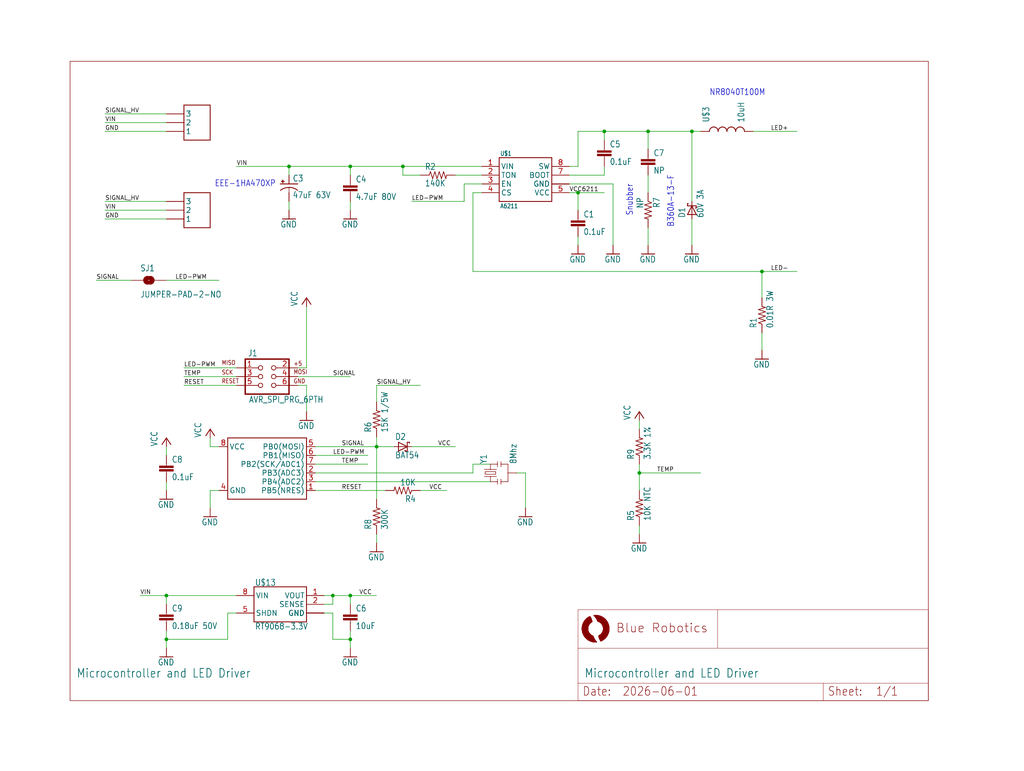
<source format=kicad_sch>
(kicad_sch (version 20250114) (generator "eeschema") (generator_version "9.0")
  (paper "User" 297.002 223.596)
  (lib_symbols
    (symbol "Placa_Driver_Alpha_2026-eagle-import:A6211"
      (symbol "A6211_1_0"
        (pin bidirectional line (at -5.08 10.16 0) (length 5.08) (name "VIN") (number "1"))
        (pin bidirectional line (at -5.08 7.62 0) (length 5.08) (name "TON") (number "2"))
        (pin bidirectional line (at -5.08 5.08 0) (length 5.08) (name "EN") (number "3"))
        (pin bidirectional line (at -5.08 2.54 0) (length 5.08) (name "CS") (number "4"))
        (pin bidirectional line (at 20.32 10.16 180) (length 5.08) (name "SW") (number "8"))
        (pin bidirectional line (at 20.32 7.62 180) (length 5.08) (name "BOOT") (number "7"))
        (pin bidirectional line (at 20.32 5.08 180) (length 5.08) (name "GND") (number "6"))
        (pin bidirectional line (at 20.32 5.08 180) (length 5.08) (name "GND") (number "PAD"))
        (pin bidirectional line (at 20.32 2.54 180) (length 5.08) (name "VCC") (number "5"))
      )
    )
    (symbol "Placa_Driver_Alpha_2026-eagle-import:ATTINY45TINY45-20-SMT"
      (symbol "ATTINY45TINY45-20-SMT_1_0"
        (pin bidirectional line (at -15.24 7.62 0) (length 2.54) (name "VCC") (number "8"))
        (pin bidirectional line (at -15.24 -5.08 0) (length 2.54) (name "GND") (number "4"))
        (pin bidirectional line (at 12.7 7.62 180) (length 2.54) (name "PB0(MOSI)") (number "5"))
        (pin bidirectional line (at 12.7 5.08 180) (length 2.54) (name "PB1(MISO)") (number "6"))
        (pin bidirectional line (at 12.7 2.54 180) (length 2.54) (name "PB2(SCK/ADC1)") (number "7"))
        (pin bidirectional line (at 12.7 0 180) (length 2.54) (name "PB3(ADC3)") (number "2"))
        (pin bidirectional line (at 12.7 -2.54 180) (length 2.54) (name "PB4(ADC2)") (number "3"))
        (pin bidirectional line (at 12.7 -5.08 180) (length 2.54) (name "PB5(NRES)") (number "1"))
      )
    )
    (symbol "Placa_Driver_Alpha_2026-eagle-import:AVR_SPI_PRG_6PTH"
      (property "Reference" "J" (at -4.318 5.842 0))
      (symbol "AVR_SPI_PRG_6PTH_1_0"
        (text "MISO" (at -11.938 3.302 0) (effects (font (size 1.27 1.0795)) (justify left bottom)))
        (text "SCK" (at -11.938 0.508 0) (effects (font (size 1.27 1.0795)) (justify left bottom)))
        (text "RESET" (at -11.938 -2.032 0) (effects (font (size 1.27 1.0795)) (justify left bottom)))
        (text "+5" (at 8.89 3.048 0) (effects (font (size 1.27 1.0795)) (justify left bottom)))
        (text "MOSI" (at 8.89 0.635 0) (effects (font (size 1.27 1.0795)) (justify left bottom)))
        (text "GND" (at 8.89 -2.032 0) (effects (font (size 1.27 1.0795)) (justify left bottom)))
        (pin passive inverted (at -7.62 2.54 0) (length 7.62) (name "1") (number "1"))
        (pin passive inverted (at -7.62 0 0) (length 7.62) (name "3") (number "3"))
        (pin passive inverted (at -7.62 -2.54 0) (length 7.62) (name "5") (number "5"))
        (pin passive inverted (at 10.16 2.54 180) (length 7.62) (name "2") (number "2"))
        (pin passive inverted (at 10.16 0 180) (length 7.62) (name "4") (number "4"))
        (pin passive inverted (at 10.16 -2.54 180) (length 7.62) (name "6") (number "6"))
      )
    )
    (symbol "Placa_Driver_Alpha_2026-eagle-import:C-EUC0603"
      (property "Reference" "C" (at 1.524 0.381 0))
      (symbol "C-EUC0603_1_0"
        (pin passive line (at 0 2.54 270) (length 2.54) (name "1") (number "1"))
        (pin passive line (at 0 -5.08 90) (length 2.54) (name "2") (number "2"))
      )
    )
    (symbol "Placa_Driver_Alpha_2026-eagle-import:C-EUC0805"
      (property "Reference" "C" (at 1.524 0.381 0))
      (symbol "C-EUC0805_1_0"
        (pin passive line (at 0 2.54 270) (length 2.54) (name "1") (number "1"))
        (pin passive line (at 0 -5.08 90) (length 2.54) (name "2") (number "2"))
      )
    )
    (symbol "Placa_Driver_Alpha_2026-eagle-import:C-EUC1210"
      (property "Reference" "C" (at 1.524 0.381 0))
      (symbol "C-EUC1210_1_0"
        (pin passive line (at 0 2.54 270) (length 2.54) (name "1") (number "1"))
        (pin passive line (at 0 -5.08 90) (length 2.54) (name "2") (number "2"))
      )
    )
    (symbol "Placa_Driver_Alpha_2026-eagle-import:CAPACITOR_0402"
      (property "Reference" "C" (at 1.524 0.381 0))
      (symbol "CAPACITOR_0402_1_0"
        (pin passive line (at 0 2.54 270) (length 2.54) (name "1") (number "1"))
        (pin passive line (at 0 -5.08 90) (length 2.54) (name "2") (number "2"))
      )
    )
    (symbol "Placa_Driver_Alpha_2026-eagle-import:CAP_POLD"
      (property "Reference" "C" (at 1.016 0.635 0))
      (symbol "CAP_POLD_1_0"
        (pin passive line (at 0 2.54 270) (length 2.54) (name "+") (number "+"))
        (pin passive line (at 0 -5.08 90) (length 2.54) (name "-") (number "-"))
      )
    )
    (symbol "Placa_Driver_Alpha_2026-eagle-import:DIODE-SCHOTTKYSMA"
      (symbol "DIODE-SCHOTTKYSMA_1_0"
        (pin passive line (at -2.54 0 0) (length 2.54) (name "A") (number "A"))
        (pin passive line (at 2.54 0 180) (length 2.54) (name "C") (number "C"))
      )
    )
    (symbol "Placa_Driver_Alpha_2026-eagle-import:DIODE-SCHOTTKYSOD523"
      (symbol "DIODE-SCHOTTKYSOD523_1_0"
        (pin passive line (at -2.54 0 0) (length 2.54) (name "A") (number "A"))
        (pin passive line (at 2.54 0 180) (length 2.54) (name "C") (number "C"))
      )
    )
    (symbol "Placa_Driver_Alpha_2026-eagle-import:FRAME-BLUEROBOTICS"
      (symbol "FRAME-BLUEROBOTICS_2_0"
        (text "Date:" (at 1.2649 1.2496 0) (effects (font (size 2.54 2.159)) (justify left bottom)))
        (text "${PROJECTNAME}" (at 1.7729 10.6476 0) (effects (font (size 2.54 2.159)) (justify left bottom)))
        (text "Blue Robotics" (at 10.9423 19.6138 0) (effects (font (size 2.54 2.54)) (justify left bottom)))
        (text "${CURRENT_DATE}" (at 12.8727 1.2496 0) (effects (font (size 2.54 2.159)) (justify left bottom)))
        (text "Sheet:" (at 72.3849 1.2496 0) (effects (font (size 2.54 2.159)) (justify left bottom)))
        (text "${#}/${##}" (at 86.3549 1.2496 0) (effects (font (size 2.54 2.159)) (justify left bottom)))
      )
    )
    (symbol "Placa_Driver_Alpha_2026-eagle-import:GND" (power)
      (symbol "GND_1_0"
        (pin power_in line (at 0 2.54 270) (length 2.54) (name "GND") (number "1"))
      )
    )
    (symbol "Placa_Driver_Alpha_2026-eagle-import:HEADER-3AVX-9176"
      (symbol "HEADER-3AVX-9176_1_0"
        (pin bidirectional line (at 12.7 7.62 180) (length 5.08) (name "1") (number "1"))
        (pin bidirectional line (at 12.7 5.08 180) (length 5.08) (name "2") (number "2"))
        (pin bidirectional line (at 12.7 2.54 180) (length 5.08) (name "3") (number "3"))
      )
    )
    (symbol "Placa_Driver_Alpha_2026-eagle-import:INDUCTOR8040"
      (symbol "INDUCTOR8040_1_0"
        (pin passive line (at 0 7.62 270) (length 2.54) (name "1") (number "P$1"))
        (pin passive line (at 0 -7.62 90) (length 2.54) (name "2") (number "P$2"))
      )
    )
    (symbol "Placa_Driver_Alpha_2026-eagle-import:JUMPER-PAD-2-NO"
      (property "Reference" "SJ" (at -2.54 2.54 0))
      (symbol "JUMPER-PAD-2-NO_1_0"
        (pin passive line (at -5.08 0 0) (length 2.54) (name "1") (number "1"))
        (pin passive line (at 5.08 0 180) (length 2.54) (name "2") (number "2"))
      )
    )
    (symbol "Placa_Driver_Alpha_2026-eagle-import:R-US_R0603"
      (property "Reference" "R" (at -3.81 1.4986 0))
      (symbol "R-US_R0603_1_0"
        (pin passive line (at -5.08 0 0) (length 2.54) (name "1") (number "1"))
        (pin passive line (at 5.08 0 180) (length 2.54) (name "2") (number "2"))
      )
    )
    (symbol "Placa_Driver_Alpha_2026-eagle-import:R-US_R1206"
      (property "Reference" "R" (at -3.81 1.4986 0))
      (symbol "R-US_R1206_1_0"
        (pin passive line (at -5.08 0 0) (length 2.54) (name "1") (number "1"))
        (pin passive line (at 5.08 0 180) (length 2.54) (name "2") (number "2"))
      )
    )
    (symbol "Placa_Driver_Alpha_2026-eagle-import:R-US_R2512"
      (property "Reference" "R" (at -3.81 1.4986 0))
      (symbol "R-US_R2512_1_0"
        (pin passive line (at -5.08 0 0) (length 2.54) (name "1") (number "1"))
        (pin passive line (at 5.08 0 180) (length 2.54) (name "2") (number "2"))
      )
    )
    (symbol "Placa_Driver_Alpha_2026-eagle-import:RESISTOR_0402"
      (property "Reference" "R" (at -3.81 1.4986 0))
      (symbol "RESISTOR_0402_1_0"
        (pin passive line (at -5.08 0 0) (length 2.54) (name "1") (number "1"))
        (pin passive line (at 5.08 0 180) (length 2.54) (name "2") (number "2"))
      )
    )
    (symbol "Placa_Driver_Alpha_2026-eagle-import:RESONATORSMD"
      (property "Reference" "Y" (at 2.54 1.016 0))
      (symbol "RESONATORSMD_1_0"
        (pin passive line (at -2.54 0 0) (length 0) (name "1") (number "1"))
        (pin passive line (at 0 -7.62 90) (length 0) (name "2") (number "2"))
        (pin passive line (at 2.54 0 180) (length 0) (name "3") (number "3"))
      )
    )
    (symbol "Placa_Driver_Alpha_2026-eagle-import:VCC" (power)
      (symbol "VCC_1_0"
        (pin power_in line (at 0 -2.54 90) (length 2.54) (name "VCC") (number "1"))
      )
    )
    (symbol "Placa_Driver_Alpha_2026-eagle-import:VREG-RT9068SOP-8"
      (symbol "VREG-RT9068SOP-8_1_0"
        (pin bidirectional line (at -5.08 7.62 0) (length 5.08) (name "VIN") (number "8"))
        (pin bidirectional line (at -5.08 2.54 0) (length 5.08) (name "SHDN") (number "5"))
        (pin bidirectional line (at 20.32 7.62 180) (length 5.08) (name "VOUT") (number "1"))
        (pin bidirectional line (at 20.32 5.08 180) (length 5.08) (name "SENSE") (number "2"))
        (pin bidirectional line (at 20.32 2.54 180) (length 5.08) (name "GND") (number "6"))
        (pin bidirectional line (at 20.32 2.54 180) (length 5.08) (name "GND") (number "7"))
        (pin bidirectional line (at 20.32 2.54 180) (length 5.08) (name "GND") (number "PAD"))
      )
    )
  )
  (text "B360A-13-F" (at 195.58 66.04 90) (effects (font (size 1.778 1.5113)) (justify left bottom)))
  (text "NR8040T100M" (at 205.74 27.94 0) (effects (font (size 1.778 1.5113)) (justify left bottom)))
  (text "EEE-1HA470XP" (at 71.12 53.34 0) (effects (font (size 1.778 1.5113))))
  (text "Snubber" (at 183.642 62.738 90) (effects (font (size 1.778 1.5113)) (justify left bottom)))
  (junction (at 175.26 38.1))
  (junction (at 109.22 129.54))
  (junction (at 48.26 185.42))
  (junction (at 101.6 48.26))
  (junction (at 83.82 48.26))
  (junction (at 101.6 172.72))
  (junction (at 48.26 172.72))
  (junction (at 167.64 55.88))
  (junction (at 185.42 137.16))
  (junction (at 220.98 78.74))
  (junction (at 101.6 185.42))
  (junction (at 96.52 172.72))
  (junction (at 187.96 38.1))
  (junction (at 116.84 48.26))
  (junction (at 200.66 38.1))
  (wire (pts (xy 152.4 137.16) (xy 149.86 137.16)) (stroke (width 0.1524)))
  (wire (pts (xy 66.04 185.42) (xy 48.26 185.42)) (stroke (width 0.1524)))
  (wire (pts (xy 68.58 177.8) (xy 66.04 177.8)) (stroke (width 0.1524)))
  (wire (pts (xy 101.6 172.72) (xy 109.22 172.72)) (stroke (width 0.1524)))
  (wire (pts (xy 137.16 78.74) (xy 137.16 55.88)) (stroke (width 0.1524)))
  (wire (pts (xy 48.26 175.26) (xy 48.26 172.72)) (stroke (width 0.1524)))
  (wire (pts (xy 101.6 48.26) (xy 83.82 48.26)) (stroke (width 0.1524)))
  (wire (pts (xy 48.26 38.1) (xy 30.48 38.1)) (stroke (width 0.1524)))
  (wire (pts (xy 101.6 48.26) (xy 101.6 50.8)) (stroke (width 0.1524)))
  (wire (pts (xy 187.96 71.12) (xy 187.96 66.04)) (stroke (width 0.1524)))
  (wire (pts (xy 137.16 55.88) (xy 139.7 55.88)) (stroke (width 0.1524)))
  (wire (pts (xy 185.42 137.16) (xy 203.2 137.16)) (stroke (width 0.1524)))
  (wire (pts (xy 139.7 50.8) (xy 132.08 50.8)) (stroke (width 0.1524)))
  (wire (pts (xy 86.36 111.76) (xy 88.9 111.76)) (stroke (width 0.1524)))
  (wire (pts (xy 175.26 50.8) (xy 175.26 48.26)) (stroke (width 0.1524)))
  (wire (pts (xy 109.22 144.78) (xy 109.22 129.54)) (stroke (width 0.1524)))
  (wire (pts (xy 93.98 175.26) (xy 96.52 175.26)) (stroke (width 0.1524)))
  (wire (pts (xy 137.16 137.16) (xy 137.16 134.62)) (stroke (width 0.1524)))
  (wire (pts (xy 187.96 38.1) (xy 200.66 38.1)) (stroke (width 0.1524)))
  (wire (pts (xy 200.66 63.5) (xy 200.66 71.12)) (stroke (width 0.1524)))
  (wire (pts (xy 167.64 60.96) (xy 167.64 55.88)) (stroke (width 0.1524)))
  (wire (pts (xy 63.5 129.54) (xy 60.96 129.54)) (stroke (width 0.1524)))
  (wire (pts (xy 116.84 50.8) (xy 116.84 48.26)) (stroke (width 0.1524)))
  (wire (pts (xy 91.44 142.24) (xy 111.76 142.24)) (stroke (width 0.1524)))
  (wire (pts (xy 220.98 78.74) (xy 231.14 78.74)) (stroke (width 0.1524)))
  (wire (pts (xy 93.98 172.72) (xy 96.52 172.72)) (stroke (width 0.1524)))
  (wire (pts (xy 88.9 119.38) (xy 88.9 111.76)) (stroke (width 0.1524)))
  (wire (pts (xy 137.16 134.62) (xy 142.24 134.62)) (stroke (width 0.1524)))
  (wire (pts (xy 48.26 185.42) (xy 48.26 182.88)) (stroke (width 0.1524)))
  (wire (pts (xy 101.6 60.96) (xy 101.6 58.42)) (stroke (width 0.1524)))
  (wire (pts (xy 165.1 50.8) (xy 175.26 50.8)) (stroke (width 0.1524)))
  (wire (pts (xy 68.58 109.22) (xy 53.34 109.22)) (stroke (width 0.1524)))
  (wire (pts (xy 38.1 81.28) (xy 27.94 81.28)) (stroke (width 0.1524)))
  (wire (pts (xy 83.82 48.26) (xy 83.82 50.8)) (stroke (width 0.1524)))
  (wire (pts (xy 48.26 81.28) (xy 63.5 81.28)) (stroke (width 0.1524)))
  (wire (pts (xy 91.44 129.54) (xy 109.22 129.54)) (stroke (width 0.1524)))
  (wire (pts (xy 185.42 124.46) (xy 185.42 121.92)) (stroke (width 0.1524)))
  (wire (pts (xy 109.22 111.76) (xy 121.92 111.76)) (stroke (width 0.1524)))
  (wire (pts (xy 121.92 142.24) (xy 129.54 142.24)) (stroke (width 0.1524)))
  (wire (pts (xy 200.66 58.42) (xy 200.66 38.1)) (stroke (width 0.1524)))
  (wire (pts (xy 91.44 134.62) (xy 106.68 134.62)) (stroke (width 0.1524)))
  (wire (pts (xy 139.7 48.26) (xy 116.84 48.26)) (stroke (width 0.1524)))
  (wire (pts (xy 96.52 185.42) (xy 101.6 185.42)) (stroke (width 0.1524)))
  (wire (pts (xy 83.82 60.96) (xy 83.82 58.42)) (stroke (width 0.1524)))
  (wire (pts (xy 220.98 78.74) (xy 220.98 86.36)) (stroke (width 0.1524)))
  (wire (pts (xy 96.52 172.72) (xy 101.6 172.72)) (stroke (width 0.1524)))
  (wire (pts (xy 185.42 137.16) (xy 185.42 134.62)) (stroke (width 0.1524)))
  (wire (pts (xy 96.52 175.26) (xy 96.52 172.72)) (stroke (width 0.1524)))
  (wire (pts (xy 109.22 154.94) (xy 109.22 157.48)) (stroke (width 0.1524)))
  (wire (pts (xy 200.66 38.1) (xy 203.2 38.1)) (stroke (width 0.1524)))
  (wire (pts (xy 83.82 48.26) (xy 68.58 48.26)) (stroke (width 0.1524)))
  (wire (pts (xy 48.26 60.96) (xy 30.48 60.96)) (stroke (width 0.1524)))
  (wire (pts (xy 119.38 129.54) (xy 132.08 129.54)) (stroke (width 0.1524)))
  (wire (pts (xy 152.4 147.32) (xy 152.4 137.16)) (stroke (width 0.1524)))
  (wire (pts (xy 167.64 71.12) (xy 167.64 68.58)) (stroke (width 0.1524)))
  (wire (pts (xy 48.26 35.56) (xy 30.48 35.56)) (stroke (width 0.1524)))
  (wire (pts (xy 185.42 142.24) (xy 185.42 137.16)) (stroke (width 0.1524)))
  (wire (pts (xy 175.26 38.1) (xy 187.96 38.1)) (stroke (width 0.1524)))
  (wire (pts (xy 218.44 38.1) (xy 231.14 38.1)) (stroke (width 0.1524)))
  (wire (pts (xy 185.42 154.94) (xy 185.42 152.4)) (stroke (width 0.1524)))
  (wire (pts (xy 116.84 48.26) (xy 101.6 48.26)) (stroke (width 0.1524)))
  (wire (pts (xy 167.64 55.88) (xy 175.26 55.88)) (stroke (width 0.1524)))
  (wire (pts (xy 165.1 53.34) (xy 177.8 53.34)) (stroke (width 0.1524)))
  (wire (pts (xy 48.26 142.24) (xy 48.26 139.7)) (stroke (width 0.1524)))
  (wire (pts (xy 88.9 106.68) (xy 88.9 88.9)) (stroke (width 0.1524)))
  (wire (pts (xy 220.98 96.52) (xy 220.98 101.6)) (stroke (width 0.1524)))
  (wire (pts (xy 68.58 172.72) (xy 48.26 172.72)) (stroke (width 0.1524)))
  (wire (pts (xy 177.8 53.34) (xy 177.8 71.12)) (stroke (width 0.1524)))
  (wire (pts (xy 101.6 175.26) (xy 101.6 172.72)) (stroke (width 0.1524)))
  (wire (pts (xy 48.26 33.02) (xy 30.48 33.02)) (stroke (width 0.1524)))
  (wire (pts (xy 167.64 55.88) (xy 165.1 55.88)) (stroke (width 0.1524)))
  (wire (pts (xy 48.26 132.08) (xy 48.26 129.54)) (stroke (width 0.1524)))
  (wire (pts (xy 121.92 50.8) (xy 116.84 50.8)) (stroke (width 0.1524)))
  (wire (pts (xy 63.5 142.24) (xy 60.96 142.24)) (stroke (width 0.1524)))
  (wire (pts (xy 91.44 137.16) (xy 137.16 137.16)) (stroke (width 0.1524)))
  (wire (pts (xy 48.26 172.72) (xy 40.64 172.72)) (stroke (width 0.1524)))
  (wire (pts (xy 134.62 58.42) (xy 119.38 58.42)) (stroke (width 0.1524)))
  (wire (pts (xy 109.22 116.586) (xy 109.22 111.76)) (stroke (width 0.1524)))
  (wire (pts (xy 96.52 177.8) (xy 96.52 185.42)) (stroke (width 0.1524)))
  (wire (pts (xy 134.62 53.34) (xy 134.62 58.42)) (stroke (width 0.1524)))
  (wire (pts (xy 167.64 38.1) (xy 175.26 38.1)) (stroke (width 0.1524)))
  (wire (pts (xy 66.04 177.8) (xy 66.04 185.42)) (stroke (width 0.1524)))
  (wire (pts (xy 60.96 129.54) (xy 60.96 127)) (stroke (width 0.1524)))
  (wire (pts (xy 220.98 78.74) (xy 137.16 78.74)) (stroke (width 0.1524)))
  (wire (pts (xy 48.26 63.5) (xy 30.48 63.5)) (stroke (width 0.1524)))
  (wire (pts (xy 109.22 126.746) (xy 109.22 129.54)) (stroke (width 0.1524)))
  (wire (pts (xy 86.36 109.22) (xy 101.6 109.22)) (stroke (width 0.1524)))
  (wire (pts (xy 101.6 185.42) (xy 101.6 182.88)) (stroke (width 0.1524)))
  (wire (pts (xy 60.96 142.24) (xy 60.96 147.32)) (stroke (width 0.1524)))
  (wire (pts (xy 167.64 48.26) (xy 167.64 38.1)) (stroke (width 0.1524)))
  (wire (pts (xy 86.36 106.68) (xy 88.9 106.68)) (stroke (width 0.1524)))
  (wire (pts (xy 175.26 40.64) (xy 175.26 38.1)) (stroke (width 0.1524)))
  (wire (pts (xy 68.58 106.68) (xy 53.34 106.68)) (stroke (width 0.1524)))
  (wire (pts (xy 187.96 43.18) (xy 187.96 38.1)) (stroke (width 0.1524)))
  (wire (pts (xy 165.1 48.26) (xy 167.64 48.26)) (stroke (width 0.1524)))
  (wire (pts (xy 139.7 53.34) (xy 134.62 53.34)) (stroke (width 0.1524)))
  (wire (pts (xy 91.44 139.7) (xy 142.24 139.7)) (stroke (width 0.1524)))
  (wire (pts (xy 109.22 129.54) (xy 114.3 129.54)) (stroke (width 0.1524)))
  (wire (pts (xy 91.44 132.08) (xy 106.68 132.08)) (stroke (width 0.1524)))
  (wire (pts (xy 101.6 187.96) (xy 101.6 185.42)) (stroke (width 0.1524)))
  (wire (pts (xy 68.58 111.76) (xy 53.34 111.76)) (stroke (width 0.1524)))
  (wire (pts (xy 48.26 58.42) (xy 30.48 58.42)) (stroke (width 0.1524)))
  (wire (pts (xy 93.98 177.8) (xy 96.52 177.8)) (stroke (width 0.1524)))
  (wire (pts (xy 48.26 185.42) (xy 48.26 187.96)) (stroke (width 0.1524)))
  (wire (pts (xy 187.96 55.88) (xy 187.96 50.8)) (stroke (width 0.1524)))
  (label "LED-PWM" (at 53.34 106.68 0) (effects (font (size 1.2446 1.2446))))
  (label "LED-PWM" (at 96.52 132.08 0) (effects (font (size 1.2446 1.2446))))
  (label "VCC6211" (at 165.1 55.88 0) (effects (font (size 1.2446 1.2446))))
  (label "LED+" (at 223.52 38.1 0) (effects (font (size 1.2446 1.2446))))
  (label "VIN" (at 30.48 35.56 0) (effects (font (size 1.2446 1.2446))))
  (label "GND" (at 30.48 38.1 0) (effects (font (size 1.2446 1.2446))))
  (label "RESET" (at 99.06 142.24 0) (effects (font (size 1.2446 1.2446))))
  (label "VCC" (at 124.46 142.24 0) (effects (font (size 1.2446 1.2446))))
  (label "VIN" (at 68.58 48.26 0) (effects (font (size 1.2446 1.2446))))
  (label "SIGNAL_HV" (at 30.48 33.02 0) (effects (font (size 1.2446 1.2446))))
  (label "VCC" (at 127 129.54 0) (effects (font (size 1.2446 1.2446))))
  (label "SIGNAL_HV" (at 109.22 111.76 0) (effects (font (size 1.2446 1.2446))))
  (label "TEMP" (at 99.06 134.62 0) (effects (font (size 1.2446 1.2446))))
  (label "LED-PWM" (at 50.8 81.28 0) (effects (font (size 1.2446 1.2446))))
  (label "SIGNAL" (at 27.94 81.28 0) (effects (font (size 1.2446 1.2446))))
  (label "LED-PWM" (at 119.38 58.42 0) (effects (font (size 1.2446 1.2446))))
  (label "VCC" (at 104.14 172.72 0) (effects (font (size 1.2446 1.2446))))
  (label "TEMP" (at 53.34 109.22 0) (effects (font (size 1.2446 1.2446))))
  (label "SIGNAL" (at 96.52 109.22 0) (effects (font (size 1.2446 1.2446))))
  (label "TEMP" (at 190.5 137.16 0) (effects (font (size 1.2446 1.2446))))
  (label "SIGNAL" (at 99.06 129.54 0) (effects (font (size 1.2446 1.2446))))
  (label "SIGNAL_HV" (at 30.48 58.42 0) (effects (font (size 1.2446 1.2446))))
  (label "VIN" (at 30.48 60.96 0) (effects (font (size 1.2446 1.2446))))
  (label "VIN" (at 40.64 172.72 0) (effects (font (size 1.2446 1.2446))))
  (label "RESET" (at 53.34 111.76 0) (effects (font (size 1.2446 1.2446))))
  (label "LED-" (at 223.52 78.74 0) (effects (font (size 1.2446 1.2446))))
  (label "GND" (at 30.48 63.5 0) (effects (font (size 1.2446 1.2446))))
  (symbol (lib_id "Placa_Driver_Alpha_2026-eagle-import:FRAME-BLUEROBOTICS") (at 20.32 203.2 0) (unit 1)
    (property "Reference" "#FRAME1" (effects (hide yes)))
    (property "Value" "Microcontroller and LED Driver" (at 22.0929 196.6164 0) (effects (font (size 2.54 2.159)) (justify left bottom)))
  )
  (symbol (lib_id "Placa_Driver_Alpha_2026-eagle-import:R-US_R2512") (at 220.98 91.44 90) (unit 1)
    (property "Reference" "R1" (at 219.4814 95.25 0) (effects (font (size 1.778 1.5113)) (justify left bottom)))
    (property "Value" "0.01R 3W" (at 224.282 95.25 0) (effects (font (size 1.778 1.5113)) (justify left bottom)))
    (property "Footprint" "Placa_Driver_Alpha_2026:R2512" (effects (hide yes)))
  )
  (symbol (lib_id "Placa_Driver_Alpha_2026-eagle-import:RESISTOR_0402") (at 116.84 142.24 180) (unit 1)
    (property "Reference" "R4" (at 120.65 143.7386 0) (effects (font (size 1.778 1.5113)) (justify left bottom)))
    (property "Value" "10K" (at 120.65 138.938 0) (effects (font (size 1.778 1.5113)) (justify left bottom)))
    (property "Footprint" "Placa_Driver_Alpha_2026:R0402" (effects (hide yes)))
  )
  (symbol (lib_id "Placa_Driver_Alpha_2026-eagle-import:GND") (at 88.9 121.92 0) (unit 1)
    (property "Reference" "#GND10" (effects (hide yes)))
    (property "Value" "GND" (at 86.36 124.46 0) (effects (font (size 1.778 1.5113)) (justify left bottom)))
  )
  (symbol (lib_id "Placa_Driver_Alpha_2026-eagle-import:ATTINY45TINY45-20-SMT") (at 78.74 137.16 0) (unit 1)
    (property "Reference" "U1" (effects (hide yes)))
    (property "Value" "Tiny45-20-SMT" (effects (hide yes)))
    (property "Footprint" "Placa_Driver_Alpha_2026:SO08-EIAJ" (effects (hide yes)))
  )
  (symbol (lib_id "Placa_Driver_Alpha_2026-eagle-import:A6211") (at 144.78 58.42 0) (unit 1)
    (property "Reference" "U$1" (at 145.034 45.212 0) (effects (font (size 1.27 1.0795)) (justify left bottom)))
    (property "Value" "A6211" (at 145.034 60.452 0) (effects (font (size 1.27 1.0795)) (justify left bottom)))
    (property "Footprint" "Placa_Driver_Alpha_2026:SOIC8N-LJ" (effects (hide yes)))
  )
  (symbol (lib_id "Placa_Driver_Alpha_2026-eagle-import:INDUCTOR8040") (at 210.82 38.1 90) (unit 1)
    (property "Reference" "U$3" (at 205.74 35.56 0) (effects (font (size 1.778 1.5113)) (justify left bottom)))
    (property "Value" "10uH" (at 215.9 35.56 0) (effects (font (size 1.778 1.5113)) (justify left bottom)))
    (property "Footprint" "Placa_Driver_Alpha_2026:INDUCTOR-8040" (effects (hide yes)))
  )
  (symbol (lib_id "Placa_Driver_Alpha_2026-eagle-import:RESISTOR_0402") (at 109.22 149.86 90) (unit 1)
    (property "Reference" "R8" (at 107.7214 153.67 0) (effects (font (size 1.778 1.5113)) (justify left bottom)))
    (property "Value" "300K" (at 112.522 153.67 0) (effects (font (size 1.778 1.5113)) (justify left bottom)))
    (property "Footprint" "Placa_Driver_Alpha_2026:R0402" (effects (hide yes)))
  )
  (symbol (lib_id "Placa_Driver_Alpha_2026-eagle-import:GND") (at 48.26 190.5 0) (unit 1)
    (property "Reference" "#GND11" (effects (hide yes)))
    (property "Value" "GND" (at 45.72 193.04 0) (effects (font (size 1.778 1.5113)) (justify left bottom)))
  )
  (symbol (lib_id "Placa_Driver_Alpha_2026-eagle-import:FRAME-BLUEROBOTICS") (at 167.64 203.2 0) (unit 2)
    (property "Reference" "#FRAME1" (effects (hide yes)))
    (property "Value" "Microcontroller and LED Driver" (at 169.4129 196.6164 0) (effects (font (size 2.54 2.159)) (justify left bottom)))
  )
  (symbol (lib_id "Placa_Driver_Alpha_2026-eagle-import:CAPACITOR_0402") (at 167.64 63.5 0) (unit 1)
    (property "Reference" "C1" (at 169.164 63.119 0) (effects (font (size 1.778 1.5113)) (justify left bottom)))
    (property "Value" "0.1uF" (at 169.164 68.199 0) (effects (font (size 1.778 1.5113)) (justify left bottom)))
    (property "Footprint" "Placa_Driver_Alpha_2026:C0402" (effects (hide yes)))
  )
  (symbol (lib_id "Placa_Driver_Alpha_2026-eagle-import:DIODE-SCHOTTKYSOD523") (at 116.84 129.54 0) (unit 1)
    (property "Reference" "D2" (at 114.554 127.635 0) (effects (font (size 1.778 1.5113)) (justify left bottom)))
    (property "Value" "BAT54" (at 114.554 132.969 0) (effects (font (size 1.778 1.5113)) (justify left bottom)))
    (property "Footprint" "Placa_Driver_Alpha_2026:SOD523" (effects (hide yes)))
  )
  (symbol (lib_id "Placa_Driver_Alpha_2026-eagle-import:C-EUC1210") (at 101.6 53.34 0) (unit 1)
    (property "Reference" "C4" (at 103.124 52.959 0) (effects (font (size 1.778 1.5113)) (justify left bottom)))
    (property "Value" "4.7uF 80V" (at 103.124 58.039 0) (effects (font (size 1.778 1.5113)) (justify left bottom)))
    (property "Footprint" "Placa_Driver_Alpha_2026:C1210" (effects (hide yes)))
  )
  (symbol (lib_id "Placa_Driver_Alpha_2026-eagle-import:GND") (at 101.6 63.5 0) (unit 1)
    (property "Reference" "#GND6" (effects (hide yes)))
    (property "Value" "GND" (at 99.06 66.04 0) (effects (font (size 1.778 1.5113)) (justify left bottom)))
  )
  (symbol (lib_id "Placa_Driver_Alpha_2026-eagle-import:GND") (at 101.6 190.5 0) (unit 1)
    (property "Reference" "#GND13" (effects (hide yes)))
    (property "Value" "GND" (at 99.06 193.04 0) (effects (font (size 1.778 1.5113)) (justify left bottom)))
  )
  (symbol (lib_id "Placa_Driver_Alpha_2026-eagle-import:GND") (at 83.82 63.5 0) (unit 1)
    (property "Reference" "#GND5" (effects (hide yes)))
    (property "Value" "GND" (at 81.28 66.04 0) (effects (font (size 1.778 1.5113)) (justify left bottom)))
  )
  (symbol (lib_id "Placa_Driver_Alpha_2026-eagle-import:R-US_R1206") (at 187.96 60.96 270) (unit 1)
    (property "Reference" "R7" (at 189.4586 57.15 0) (effects (font (size 1.778 1.5113)) (justify left bottom)))
    (property "Value" "NP" (at 184.658 57.15 0) (effects (font (size 1.778 1.5113)) (justify left bottom)))
    (property "Footprint" "Placa_Driver_Alpha_2026:R1206" (effects (hide yes)))
  )
  (symbol (lib_id "Placa_Driver_Alpha_2026-eagle-import:CAPACITOR_0402") (at 175.26 43.18 0) (unit 1)
    (property "Reference" "C5" (at 176.784 42.799 0) (effects (font (size 1.778 1.5113)) (justify left bottom)))
    (property "Value" "0.1uF" (at 176.784 47.879 0) (effects (font (size 1.778 1.5113)) (justify left bottom)))
    (property "Footprint" "Placa_Driver_Alpha_2026:C0402" (effects (hide yes)))
  )
  (symbol (lib_id "Placa_Driver_Alpha_2026-eagle-import:RESISTOR_0402") (at 127 50.8 0) (unit 1)
    (property "Reference" "R2" (at 123.19 49.3014 0) (effects (font (size 1.778 1.5113)) (justify left bottom)))
    (property "Value" "140K" (at 123.19 54.102 0) (effects (font (size 1.778 1.5113)) (justify left bottom)))
    (property "Footprint" "Placa_Driver_Alpha_2026:R0402" (effects (hide yes)))
  )
  (symbol (lib_id "Placa_Driver_Alpha_2026-eagle-import:VREG-RT9068SOP-8") (at 73.66 180.34 0) (unit 1)
    (property "Reference" "U$13" (at 73.914 169.926 0) (effects (font (size 1.778 1.5113)) (justify left bottom)))
    (property "Value" "RT9068-3.3V" (at 73.914 182.626 0) (effects (font (size 1.778 1.5113)) (justify left bottom)))
    (property "Footprint" "Placa_Driver_Alpha_2026:SOIC8N-LJ" (effects (hide yes)))
  )
  (symbol (lib_id "Placa_Driver_Alpha_2026-eagle-import:GND") (at 220.98 104.14 0) (unit 1)
    (property "Reference" "#GND2" (effects (hide yes)))
    (property "Value" "GND" (at 218.44 106.68 0) (effects (font (size 1.778 1.5113)) (justify left bottom)))
  )
  (symbol (lib_id "Placa_Driver_Alpha_2026-eagle-import:VCC") (at 60.96 124.46 0) (unit 1)
    (property "Reference" "#P+2" (effects (hide yes)))
    (property "Value" "VCC" (at 58.42 127 90) (effects (font (size 1.778 1.5113)) (justify left bottom)))
  )
  (symbol (lib_id "Placa_Driver_Alpha_2026-eagle-import:GND") (at 167.64 73.66 0) (unit 1)
    (property "Reference" "#GND1" (effects (hide yes)))
    (property "Value" "GND" (at 165.1 76.2 0) (effects (font (size 1.778 1.5113)) (justify left bottom)))
  )
  (symbol (lib_id "Placa_Driver_Alpha_2026-eagle-import:GND") (at 185.42 157.48 0) (unit 1)
    (property "Reference" "#GND9" (effects (hide yes)))
    (property "Value" "GND" (at 182.88 160.02 0) (effects (font (size 1.778 1.5113)) (justify left bottom)))
  )
  (symbol (lib_id "Placa_Driver_Alpha_2026-eagle-import:HEADER-3AVX-9176") (at 60.96 55.88 180) (unit 1)
    (property "Reference" "U$12" (effects (hide yes)))
    (property "Value" "009176003032006" (effects (hide yes)))
    (property "Footprint" "Placa_Driver_Alpha_2026:AVX-9176-3POS" (effects (hide yes)))
  )
  (symbol (lib_id "Placa_Driver_Alpha_2026-eagle-import:RESISTOR_0402") (at 109.22 121.666 90) (unit 1)
    (property "Reference" "R6" (at 107.7214 125.476 0) (effects (font (size 1.778 1.5113)) (justify left bottom)))
    (property "Value" "15K 1/5W" (at 112.522 125.476 0) (effects (font (size 1.778 1.5113)) (justify left bottom)))
    (property "Footprint" "Placa_Driver_Alpha_2026:R0402" (effects (hide yes)))
  )
  (symbol (lib_id "Placa_Driver_Alpha_2026-eagle-import:VCC") (at 185.42 119.38 0) (unit 1)
    (property "Reference" "#P+1" (effects (hide yes)))
    (property "Value" "VCC" (at 182.88 121.92 90) (effects (font (size 1.778 1.5113)) (justify left bottom)))
  )
  (symbol (lib_id "Placa_Driver_Alpha_2026-eagle-import:GND") (at 200.66 73.66 0) (unit 1)
    (property "Reference" "#GND3" (effects (hide yes)))
    (property "Value" "GND" (at 198.12 76.2 0) (effects (font (size 1.778 1.5113)) (justify left bottom)))
  )
  (symbol (lib_id "Placa_Driver_Alpha_2026-eagle-import:VCC") (at 88.9 86.36 0) (unit 1)
    (property "Reference" "#P+3" (effects (hide yes)))
    (property "Value" "VCC" (at 86.36 88.9 90) (effects (font (size 1.778 1.5113)) (justify left bottom)))
  )
  (symbol (lib_id "Placa_Driver_Alpha_2026-eagle-import:VCC") (at 48.26 127 0) (unit 1)
    (property "Reference" "#P+6" (effects (hide yes)))
    (property "Value" "VCC" (at 45.72 129.54 90) (effects (font (size 1.778 1.5113)) (justify left bottom)))
  )
  (symbol (lib_id "Placa_Driver_Alpha_2026-eagle-import:HEADER-3AVX-9176") (at 60.96 30.48 180) (unit 1)
    (property "Reference" "U$11" (effects (hide yes)))
    (property "Value" "009176003032006" (effects (hide yes)))
    (property "Footprint" "Placa_Driver_Alpha_2026:AVX-9176-3POS" (effects (hide yes)))
  )
  (symbol (lib_id "Placa_Driver_Alpha_2026-eagle-import:GND") (at 152.4 149.86 0) (unit 1)
    (property "Reference" "#GND8" (effects (hide yes)))
    (property "Value" "GND" (at 149.86 152.4 0) (effects (font (size 1.778 1.5113)) (justify left bottom)))
  )
  (symbol (lib_id "Placa_Driver_Alpha_2026-eagle-import:JUMPER-PAD-2-NO") (at 43.18 81.28 0) (unit 1)
    (property "Reference" "SJ1" (at 40.64 78.74 0) (effects (font (size 1.778 1.5113)) (justify left bottom)))
    (property "Value" "JUMPER-PAD-2-NO" (at 40.64 86.36 0) (effects (font (size 1.778 1.5113)) (justify left bottom)))
    (property "Footprint" "Placa_Driver_Alpha_2026:PAD-JUMPER-2-NO_NO_SILK" (effects (hide yes)))
  )
  (symbol (lib_id "Placa_Driver_Alpha_2026-eagle-import:RESISTOR_0402") (at 185.42 129.54 90) (unit 1)
    (property "Reference" "R9" (at 183.9214 133.35 0) (effects (font (size 1.778 1.5113)) (justify left bottom)))
    (property "Value" "3.3K 1%" (at 188.722 133.35 0) (effects (font (size 1.778 1.5113)) (justify left bottom)))
    (property "Footprint" "Placa_Driver_Alpha_2026:R0402" (effects (hide yes)))
  )
  (symbol (lib_id "Placa_Driver_Alpha_2026-eagle-import:GND") (at 177.8 73.66 0) (unit 1)
    (property "Reference" "#GND7" (effects (hide yes)))
    (property "Value" "GND" (at 175.26 76.2 0) (effects (font (size 1.778 1.5113)) (justify left bottom)))
  )
  (symbol (lib_id "Placa_Driver_Alpha_2026-eagle-import:R-US_R0603") (at 185.42 147.32 90) (unit 1)
    (property "Reference" "R5" (at 183.9214 151.13 0) (effects (font (size 1.778 1.5113)) (justify left bottom)))
    (property "Value" "10K NTC" (at 188.722 151.13 0) (effects (font (size 1.778 1.5113)) (justify left bottom)))
    (property "Footprint" "Placa_Driver_Alpha_2026:R0603" (effects (hide yes)))
  )
  (symbol (lib_id "Placa_Driver_Alpha_2026-eagle-import:C-EUC0805") (at 48.26 177.8 0) (unit 1)
    (property "Reference" "C9" (at 49.784 177.419 0) (effects (font (size 1.778 1.5113)) (justify left bottom)))
    (property "Value" "0.18uF 50V" (at 49.784 182.499 0) (effects (font (size 1.778 1.5113)) (justify left bottom)))
    (property "Footprint" "Placa_Driver_Alpha_2026:C0805" (effects (hide yes)))
  )
  (symbol (lib_id "Placa_Driver_Alpha_2026-eagle-import:GND") (at 109.22 160.02 0) (unit 1)
    (property "Reference" "#GND15" (effects (hide yes)))
    (property "Value" "GND" (at 106.68 162.56 0) (effects (font (size 1.778 1.5113)) (justify left bottom)))
  )
  (symbol (lib_id "Placa_Driver_Alpha_2026-eagle-import:C-EUC0603") (at 101.6 177.8 0) (unit 1)
    (property "Reference" "C6" (at 103.124 177.419 0) (effects (font (size 1.778 1.5113)) (justify left bottom)))
    (property "Value" "10uF" (at 103.124 182.499 0) (effects (font (size 1.778 1.5113)) (justify left bottom)))
    (property "Footprint" "Placa_Driver_Alpha_2026:C0603" (effects (hide yes)))
  )
  (symbol (lib_id "Placa_Driver_Alpha_2026-eagle-import:GND") (at 48.26 144.78 0) (unit 1)
    (property "Reference" "#GND12" (effects (hide yes)))
    (property "Value" "GND" (at 45.72 147.32 0) (effects (font (size 1.778 1.5113)) (justify left bottom)))
  )
  (symbol (lib_id "Placa_Driver_Alpha_2026-eagle-import:GND") (at 187.96 73.66 0) (unit 1)
    (property "Reference" "#GND14" (effects (hide yes)))
    (property "Value" "GND" (at 185.42 76.2 0) (effects (font (size 1.778 1.5113)) (justify left bottom)))
  )
  (symbol (lib_id "Placa_Driver_Alpha_2026-eagle-import:CAPACITOR_0402") (at 48.26 134.62 0) (unit 1)
    (property "Reference" "C8" (at 49.784 134.239 0) (effects (font (size 1.778 1.5113)) (justify left bottom)))
    (property "Value" "0.1uF" (at 49.784 139.319 0) (effects (font (size 1.778 1.5113)) (justify left bottom)))
    (property "Footprint" "Placa_Driver_Alpha_2026:C0402" (effects (hide yes)))
  )
  (symbol (lib_id "Placa_Driver_Alpha_2026-eagle-import:AVR_SPI_PRG_6PTH") (at 76.2 109.22 0) (unit 1)
    (property "Reference" "J1" (at 71.882 103.378 0) (effects (font (size 1.778 1.5113)) (justify left bottom)))
    (property "Value" "AVR_SPI_PRG_6PTH" (at 72.136 116.84 0) (effects (font (size 1.778 1.5113)) (justify left bottom)))
    (property "Footprint" "Placa_Driver_Alpha_2026:2X3" (effects (hide yes)))
  )
  (symbol (lib_id "Placa_Driver_Alpha_2026-eagle-import:C-EUC0603") (at 187.96 45.72 0) (unit 1)
    (property "Reference" "C7" (at 189.484 45.339 0) (effects (font (size 1.778 1.5113)) (justify left bottom)))
    (property "Value" "NP" (at 189.484 50.419 0) (effects (font (size 1.778 1.5113)) (justify left bottom)))
    (property "Footprint" "Placa_Driver_Alpha_2026:C0603" (effects (hide yes)))
  )
  (symbol (lib_id "Placa_Driver_Alpha_2026-eagle-import:CAP_POLD") (at 83.82 53.34 0) (unit 1)
    (property "Reference" "C3" (at 84.836 52.705 0) (effects (font (size 1.778 1.5113)) (justify left bottom)))
    (property "Value" "47uF 63V" (at 84.836 57.531 0) (effects (font (size 1.778 1.5113)) (justify left bottom)))
    (property "Footprint" "Placa_Driver_Alpha_2026:PANASONIC_D" (effects (hide yes)))
  )
  (symbol (lib_id "Placa_Driver_Alpha_2026-eagle-import:RESONATORSMD") (at 142.24 137.16 90) (unit 1)
    (property "Reference" "Y1" (at 141.224 134.62 0) (effects (font (size 1.778 1.5113)) (justify left bottom)))
    (property "Value" "8Mhz" (at 149.86 134.62 0) (effects (font (size 1.778 1.5113)) (justify left bottom)))
    (property "Footprint" "Placa_Driver_Alpha_2026:RESONATOR-SMD" (effects (hide yes)))
  )
  (symbol (lib_id "Placa_Driver_Alpha_2026-eagle-import:GND") (at 60.96 149.86 0) (unit 1)
    (property "Reference" "#GND4" (effects (hide yes)))
    (property "Value" "GND" (at 58.42 152.4 0) (effects (font (size 1.778 1.5113)) (justify left bottom)))
  )
  (symbol (lib_id "Placa_Driver_Alpha_2026-eagle-import:DIODE-SCHOTTKYSMA") (at 200.66 60.96 90) (unit 1)
    (property "Reference" "D1" (at 198.755 63.246 0) (effects (font (size 1.778 1.5113)) (justify left bottom)))
    (property "Value" "60V 3A" (at 204.089 63.246 0) (effects (font (size 1.778 1.5113)) (justify left bottom)))
    (property "Footprint" "Placa_Driver_Alpha_2026:SMA" (effects (hide yes)))
  )
)
</source>
